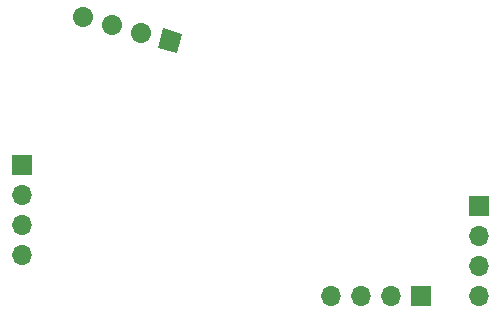
<source format=gbr>
G04 #@! TF.GenerationSoftware,KiCad,Pcbnew,(5.1.4)-1*
G04 #@! TF.CreationDate,2023-01-08T18:48:31-05:00*
G04 #@! TF.ProjectId,ThumbsUp,5468756d-6273-4557-902e-6b696361645f,rev?*
G04 #@! TF.SameCoordinates,Original*
G04 #@! TF.FileFunction,Copper,L1,Top*
G04 #@! TF.FilePolarity,Positive*
%FSLAX46Y46*%
G04 Gerber Fmt 4.6, Leading zero omitted, Abs format (unit mm)*
G04 Created by KiCad (PCBNEW (5.1.4)-1) date 2023-01-08 18:48:31*
%MOMM*%
%LPD*%
G04 APERTURE LIST*
%ADD10C,1.700000*%
%ADD11C,1.700000*%
%ADD12C,0.100000*%
%ADD13O,1.700000X1.700000*%
%ADD14R,1.700000X1.700000*%
G04 APERTURE END LIST*
D10*
X159231252Y-343104931D03*
D11*
X159231252Y-343104931D02*
X159231252Y-343104931D01*
D10*
X161684704Y-343762331D03*
D11*
X161684704Y-343762331D02*
X161684704Y-343762331D01*
D10*
X164138155Y-344419732D03*
D11*
X164138155Y-344419732D02*
X164138155Y-344419732D01*
D10*
X166591607Y-345077132D03*
D12*
G36*
X167192648Y-346118165D02*
G01*
X165550574Y-345678173D01*
X165990566Y-344036099D01*
X167632640Y-344476091D01*
X167192648Y-346118165D01*
X167192648Y-346118165D01*
G37*
D13*
X154054489Y-363179102D03*
X154054489Y-360639102D03*
X154054489Y-358099102D03*
D14*
X154054489Y-355559102D03*
D13*
X192776987Y-366663573D03*
X192776987Y-364123573D03*
X192776987Y-361583573D03*
D14*
X192776987Y-359043573D03*
D13*
X180186132Y-366731045D03*
X182726132Y-366731045D03*
X185266132Y-366731045D03*
D14*
X187806132Y-366731045D03*
M02*

</source>
